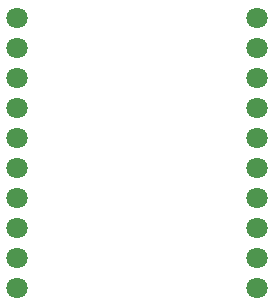
<source format=gbr>
%TF.GenerationSoftware,Altium Limited,Altium Designer,20.1.8 (145)*%
G04 Layer_Color=16711833*
%FSLAX45Y45*%
%MOMM*%
%TF.SameCoordinates,58819124-5082-48BE-93C4-8F50621AB512*%
%TF.FilePolarity,Negative*%
%TF.FileFunction,Soldermask,Bot*%
%TF.Part,Single*%
G01*
G75*
%TA.AperFunction,ComponentPad*%
%ADD19C,1.80320*%
D19*
X11176000Y7874000D02*
D03*
Y7620000D02*
D03*
Y7366000D02*
D03*
Y7112000D02*
D03*
Y6858000D02*
D03*
Y6604000D02*
D03*
Y6350000D02*
D03*
Y6096000D02*
D03*
Y5842000D02*
D03*
Y5588000D02*
D03*
X9144000Y7874000D02*
D03*
Y7620000D02*
D03*
Y7366000D02*
D03*
Y7112000D02*
D03*
Y6858000D02*
D03*
Y6604000D02*
D03*
Y6350000D02*
D03*
Y6096000D02*
D03*
Y5842000D02*
D03*
Y5588000D02*
D03*
%TF.MD5,88a056760b0e369c820bf84460dabe8a*%
M02*

</source>
